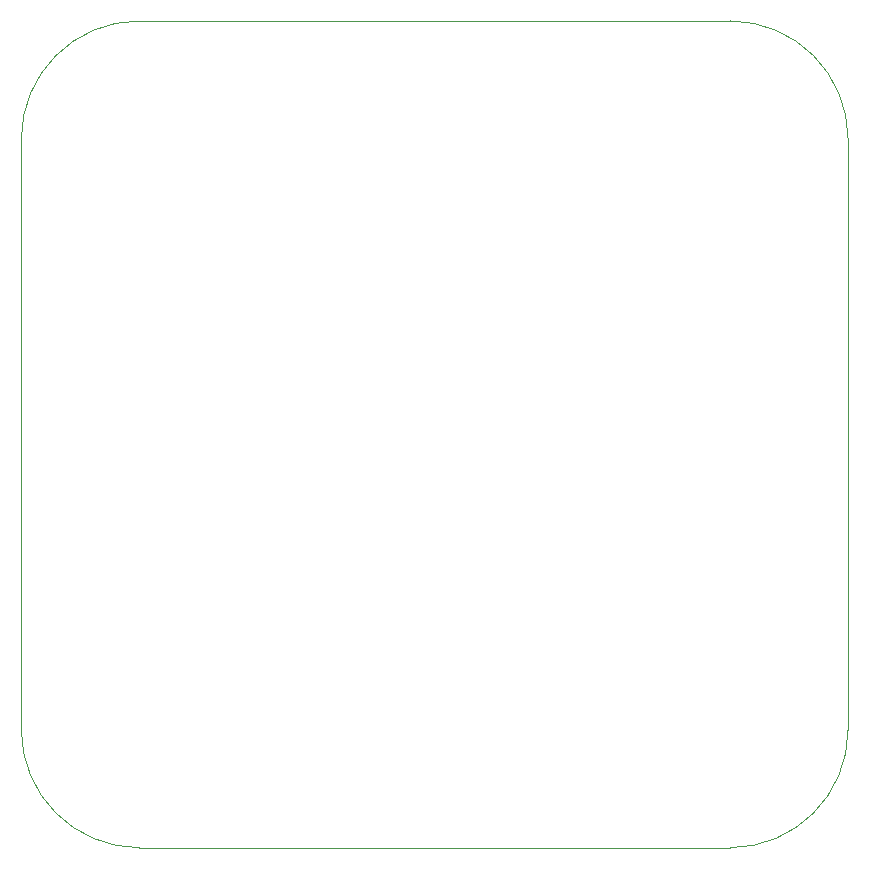
<source format=gbr>
%TF.GenerationSoftware,KiCad,Pcbnew,(6.0.5)*%
%TF.CreationDate,2022-10-10T14:26:01+02:00*%
%TF.ProjectId,termostato_kicad6,7465726d-6f73-4746-9174-6f5f6b696361,rev?*%
%TF.SameCoordinates,Original*%
%TF.FileFunction,Profile,NP*%
%FSLAX46Y46*%
G04 Gerber Fmt 4.6, Leading zero omitted, Abs format (unit mm)*
G04 Created by KiCad (PCBNEW (6.0.5)) date 2022-10-10 14:26:01*
%MOMM*%
%LPD*%
G01*
G04 APERTURE LIST*
%TA.AperFunction,Profile*%
%ADD10C,0.100000*%
%TD*%
G04 APERTURE END LIST*
D10*
X170000000Y-125000000D02*
G75*
G03*
X180000000Y-115000000I0J10000000D01*
G01*
X110000000Y-115000000D02*
G75*
G03*
X120000000Y-125000000I10000000J0D01*
G01*
X120000000Y-55000000D02*
G75*
G03*
X110000000Y-65000000I0J-10000000D01*
G01*
X180000000Y-65000000D02*
G75*
G03*
X170000000Y-55000000I-10000000J0D01*
G01*
X180000000Y-65000000D02*
X180000000Y-115000000D01*
X110000000Y-115000000D02*
X110000000Y-65000000D01*
X120000000Y-55000000D02*
X170000000Y-55000000D01*
X170000000Y-125000000D02*
X120000000Y-125000000D01*
M02*

</source>
